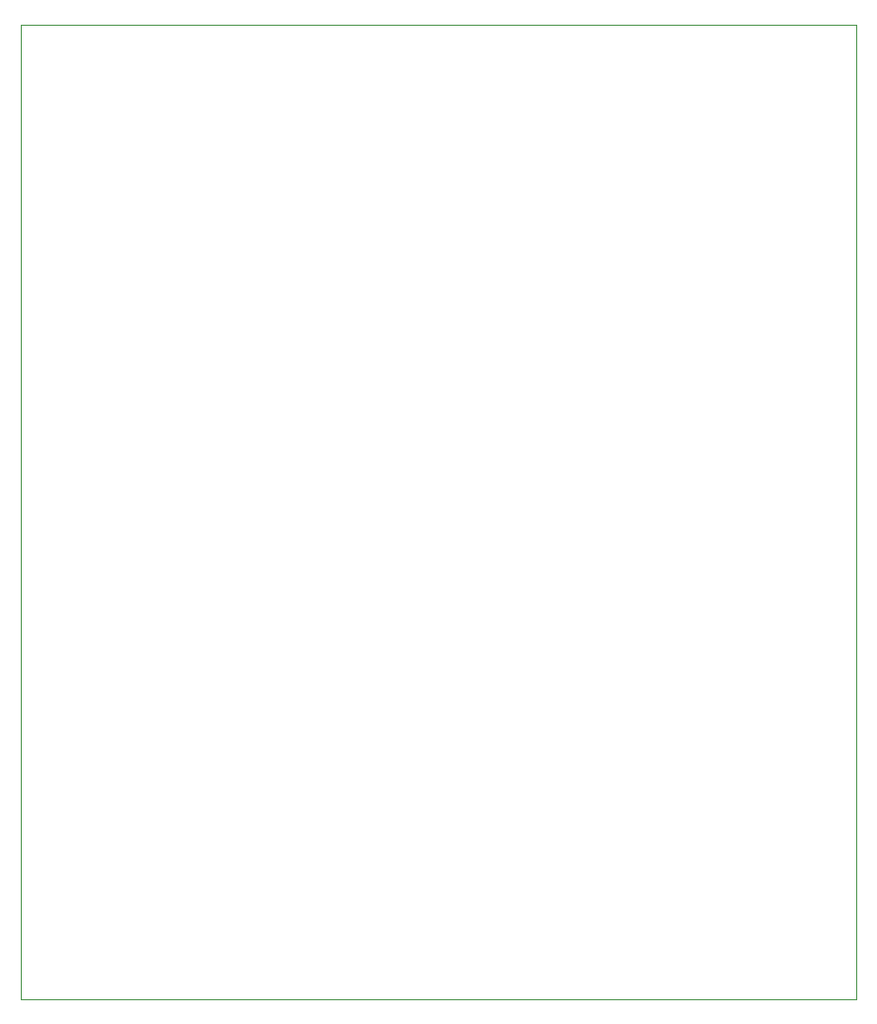
<source format=gbr>
%TF.GenerationSoftware,KiCad,Pcbnew,9.0.2*%
%TF.CreationDate,2025-07-05T15:14:09-07:00*%
%TF.ProjectId,Hackpad,4861636b-7061-4642-9e6b-696361645f70,rev?*%
%TF.SameCoordinates,Original*%
%TF.FileFunction,Profile,NP*%
%FSLAX46Y46*%
G04 Gerber Fmt 4.6, Leading zero omitted, Abs format (unit mm)*
G04 Created by KiCad (PCBNEW 9.0.2) date 2025-07-05 15:14:09*
%MOMM*%
%LPD*%
G01*
G04 APERTURE LIST*
%TA.AperFunction,Profile*%
%ADD10C,0.050000*%
%TD*%
G04 APERTURE END LIST*
D10*
X95250000Y-90487500D02*
X166687500Y-90487500D01*
X166687500Y-173831250D01*
X95250000Y-173831250D01*
X95250000Y-90487500D01*
M02*

</source>
